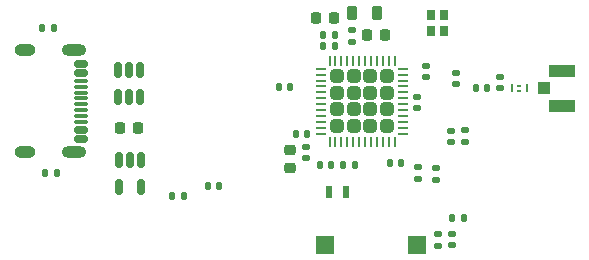
<source format=gbr>
%TF.GenerationSoftware,KiCad,Pcbnew,7.0.8*%
%TF.CreationDate,2024-01-29T14:11:28+05:30*%
%TF.ProjectId,stm32_ble,73746d33-325f-4626-9c65-2e6b69636164,Version : 1*%
%TF.SameCoordinates,PX6eac850PY632ea00*%
%TF.FileFunction,Paste,Top*%
%TF.FilePolarity,Positive*%
%FSLAX46Y46*%
G04 Gerber Fmt 4.6, Leading zero omitted, Abs format (unit mm)*
G04 Created by KiCad (PCBNEW 7.0.8) date 2024-01-29 14:11:28*
%MOMM*%
%LPD*%
G01*
G04 APERTURE LIST*
G04 Aperture macros list*
%AMRoundRect*
0 Rectangle with rounded corners*
0 $1 Rounding radius*
0 $2 $3 $4 $5 $6 $7 $8 $9 X,Y pos of 4 corners*
0 Add a 4 corners polygon primitive as box body*
4,1,4,$2,$3,$4,$5,$6,$7,$8,$9,$2,$3,0*
0 Add four circle primitives for the rounded corners*
1,1,$1+$1,$2,$3*
1,1,$1+$1,$4,$5*
1,1,$1+$1,$6,$7*
1,1,$1+$1,$8,$9*
0 Add four rect primitives between the rounded corners*
20,1,$1+$1,$2,$3,$4,$5,0*
20,1,$1+$1,$4,$5,$6,$7,0*
20,1,$1+$1,$6,$7,$8,$9,0*
20,1,$1+$1,$8,$9,$2,$3,0*%
G04 Aperture macros list end*
%ADD10R,0.275000X0.700000*%
%ADD11R,0.450000X0.245000*%
%ADD12R,1.500000X1.500000*%
%ADD13RoundRect,0.147500X-0.147500X-0.172500X0.147500X-0.172500X0.147500X0.172500X-0.147500X0.172500X0*%
%ADD14RoundRect,0.140000X-0.170000X0.140000X-0.170000X-0.140000X0.170000X-0.140000X0.170000X0.140000X0*%
%ADD15RoundRect,0.225000X-0.250000X0.225000X-0.250000X-0.225000X0.250000X-0.225000X0.250000X0.225000X0*%
%ADD16RoundRect,0.150000X-0.425000X0.150000X-0.425000X-0.150000X0.425000X-0.150000X0.425000X0.150000X0*%
%ADD17RoundRect,0.075000X-0.500000X0.075000X-0.500000X-0.075000X0.500000X-0.075000X0.500000X0.075000X0*%
%ADD18O,2.100000X1.000000*%
%ADD19O,1.800000X1.000000*%
%ADD20R,1.050000X1.000000*%
%ADD21R,2.200000X1.050000*%
%ADD22RoundRect,0.225000X-0.225000X-0.250000X0.225000X-0.250000X0.225000X0.250000X-0.225000X0.250000X0*%
%ADD23RoundRect,0.135000X0.185000X-0.135000X0.185000X0.135000X-0.185000X0.135000X-0.185000X-0.135000X0*%
%ADD24RoundRect,0.218750X-0.218750X-0.381250X0.218750X-0.381250X0.218750X0.381250X-0.218750X0.381250X0*%
%ADD25RoundRect,0.135000X-0.185000X0.135000X-0.185000X-0.135000X0.185000X-0.135000X0.185000X0.135000X0*%
%ADD26RoundRect,0.147500X0.172500X-0.147500X0.172500X0.147500X-0.172500X0.147500X-0.172500X-0.147500X0*%
%ADD27RoundRect,0.225000X0.225000X0.250000X-0.225000X0.250000X-0.225000X-0.250000X0.225000X-0.250000X0*%
%ADD28RoundRect,0.140000X-0.140000X-0.170000X0.140000X-0.170000X0.140000X0.170000X-0.140000X0.170000X0*%
%ADD29RoundRect,0.140000X0.170000X-0.140000X0.170000X0.140000X-0.170000X0.140000X-0.170000X-0.140000X0*%
%ADD30RoundRect,0.150000X-0.150000X0.512500X-0.150000X-0.512500X0.150000X-0.512500X0.150000X0.512500X0*%
%ADD31RoundRect,0.135000X0.135000X0.185000X-0.135000X0.185000X-0.135000X-0.185000X0.135000X-0.185000X0*%
%ADD32RoundRect,0.140000X0.140000X0.170000X-0.140000X0.170000X-0.140000X-0.170000X0.140000X-0.170000X0*%
%ADD33R,0.800000X0.900000*%
%ADD34RoundRect,0.250000X0.315000X-0.315000X0.315000X0.315000X-0.315000X0.315000X-0.315000X-0.315000X0*%
%ADD35RoundRect,0.062500X0.062500X-0.375000X0.062500X0.375000X-0.062500X0.375000X-0.062500X-0.375000X0*%
%ADD36RoundRect,0.062500X0.375000X-0.062500X0.375000X0.062500X-0.375000X0.062500X-0.375000X-0.062500X0*%
%ADD37RoundRect,0.150000X0.150000X-0.512500X0.150000X0.512500X-0.150000X0.512500X-0.150000X-0.512500X0*%
%ADD38R,0.600000X1.100000*%
%ADD39RoundRect,0.135000X-0.135000X-0.185000X0.135000X-0.185000X0.135000X0.185000X-0.135000X0.185000X0*%
G04 APERTURE END LIST*
D10*
%TO.C,FL1*%
X43900000Y17290000D03*
D11*
X44512000Y17063000D03*
D10*
X45125000Y17290000D03*
D11*
X44512000Y17517000D03*
%TD*%
D12*
%TO.C,SW1*%
X35825000Y4030000D03*
X28025000Y4030000D03*
%TD*%
D13*
%TO.C,L3*%
X40850000Y17330000D03*
X41820000Y17330000D03*
%TD*%
D14*
%TO.C,C1*%
X26470000Y12340000D03*
X26470000Y11380000D03*
%TD*%
D15*
%TO.C,C7*%
X25120000Y12080000D03*
X25120000Y10530000D03*
%TD*%
D16*
%TO.C,J3*%
X7390000Y19380000D03*
X7390000Y18580000D03*
D17*
X7390000Y17430000D03*
X7390000Y16430000D03*
X7390000Y15930000D03*
X7390000Y14930000D03*
D16*
X7390000Y13780000D03*
X7390000Y12980000D03*
X7390000Y12980000D03*
X7390000Y13780000D03*
D17*
X7390000Y14430000D03*
X7390000Y15430000D03*
X7390000Y16930000D03*
X7390000Y17930000D03*
D16*
X7390000Y18580000D03*
X7390000Y19380000D03*
D18*
X6815000Y20500000D03*
D19*
X2635000Y20500000D03*
D18*
X6815000Y11860000D03*
D19*
X2635000Y11860000D03*
%TD*%
D20*
%TO.C,J1*%
X46595000Y17305000D03*
D21*
X48120000Y18780000D03*
X48120000Y15830000D03*
%TD*%
D22*
%TO.C,C11*%
X31595000Y21765000D03*
X33145000Y21765000D03*
%TD*%
D23*
%TO.C,R6*%
X35970000Y9600000D03*
X35970000Y10620000D03*
%TD*%
D14*
%TO.C,C2*%
X35870000Y16560000D03*
X35870000Y15600000D03*
%TD*%
D24*
%TO.C,L2*%
X30357500Y23665000D03*
X32482500Y23665000D03*
%TD*%
D25*
%TO.C,R8*%
X39910000Y13730000D03*
X39910000Y12710000D03*
%TD*%
D26*
%TO.C,D1*%
X38710000Y12740000D03*
X38710000Y13710000D03*
%TD*%
D27*
%TO.C,C18*%
X12270000Y13930000D03*
X10720000Y13930000D03*
%TD*%
D23*
%TO.C,R7*%
X37420000Y9530000D03*
X37420000Y10550000D03*
%TD*%
D28*
%TO.C,C16*%
X18155000Y9010000D03*
X19115000Y9010000D03*
%TD*%
%TO.C,C19*%
X15140000Y8210000D03*
X16100000Y8210000D03*
%TD*%
D29*
%TO.C,C15*%
X42920000Y17320000D03*
X42920000Y18280000D03*
%TD*%
D30*
%TO.C,U3*%
X12520000Y11205000D03*
X11570000Y11205000D03*
X10620000Y11205000D03*
X10620000Y8930000D03*
X12520000Y8930000D03*
%TD*%
D31*
%TO.C,R3*%
X5120000Y22380000D03*
X4100000Y22380000D03*
%TD*%
D32*
%TO.C,C4*%
X26570000Y13430000D03*
X25610000Y13430000D03*
%TD*%
D33*
%TO.C,X2*%
X37020000Y23530000D03*
X37020000Y22130000D03*
X38120000Y22130000D03*
X38120000Y23530000D03*
%TD*%
D26*
%TO.C,L1*%
X30320000Y21230000D03*
X30320000Y22200000D03*
%TD*%
D14*
%TO.C,C17*%
X38820000Y4985000D03*
X38820000Y4025000D03*
%TD*%
D32*
%TO.C,C8*%
X28870000Y21830000D03*
X27910000Y21830000D03*
%TD*%
D27*
%TO.C,C10*%
X28820000Y23280000D03*
X27270000Y23280000D03*
%TD*%
D31*
%TO.C,R4*%
X5370000Y10080000D03*
X4350000Y10080000D03*
%TD*%
D29*
%TO.C,C14*%
X39170000Y17625000D03*
X39170000Y18585000D03*
%TD*%
D34*
%TO.C,U1*%
X29100000Y14100000D03*
X30500000Y14100000D03*
X31900000Y14100000D03*
X33300000Y14100000D03*
X29100000Y15500000D03*
X30500000Y15500000D03*
X31900000Y15500000D03*
X33300000Y15500000D03*
X29100000Y16900000D03*
X30500000Y16900000D03*
X31900000Y16900000D03*
X33300000Y16900000D03*
X29100000Y18300000D03*
X30500000Y18300000D03*
X31900000Y18300000D03*
X33300000Y18300000D03*
D35*
X28450000Y12762500D03*
X28950000Y12762500D03*
X29450000Y12762500D03*
X29950000Y12762500D03*
X30450000Y12762500D03*
X30950000Y12762500D03*
X31450000Y12762500D03*
X31950000Y12762500D03*
X32450000Y12762500D03*
X32950000Y12762500D03*
X33450000Y12762500D03*
X33950000Y12762500D03*
D36*
X34637500Y13450000D03*
X34637500Y13950000D03*
X34637500Y14450000D03*
X34637500Y14950000D03*
X34637500Y15450000D03*
X34637500Y15950000D03*
X34637500Y16450000D03*
X34637500Y16950000D03*
X34637500Y17450000D03*
X34637500Y17950000D03*
X34637500Y18450000D03*
X34637500Y18950000D03*
D35*
X33950000Y19637500D03*
X33450000Y19637500D03*
X32950000Y19637500D03*
X32450000Y19637500D03*
X31950000Y19637500D03*
X31450000Y19637500D03*
X30950000Y19637500D03*
X30450000Y19637500D03*
X29950000Y19637500D03*
X29450000Y19637500D03*
X28950000Y19637500D03*
X28450000Y19637500D03*
D36*
X27762500Y18950000D03*
X27762500Y18450000D03*
X27762500Y17950000D03*
X27762500Y17450000D03*
X27762500Y16950000D03*
X27762500Y16450000D03*
X27762500Y15950000D03*
X27762500Y15450000D03*
X27762500Y14950000D03*
X27762500Y14450000D03*
X27762500Y13950000D03*
X27762500Y13450000D03*
%TD*%
D32*
%TO.C,C6*%
X25120000Y17430000D03*
X24160000Y17430000D03*
%TD*%
D28*
%TO.C,C5*%
X33560000Y10930000D03*
X34520000Y10930000D03*
%TD*%
D37*
%TO.C,U2*%
X10520000Y16530000D03*
X11470000Y16530000D03*
X12420000Y16530000D03*
X12420000Y18805000D03*
X11470000Y18805000D03*
X10520000Y18805000D03*
%TD*%
D32*
%TO.C,C3*%
X28870000Y20880000D03*
X27910000Y20880000D03*
%TD*%
D25*
%TO.C,R5*%
X37620000Y4930000D03*
X37620000Y3910000D03*
%TD*%
D38*
%TO.C,X1*%
X29820000Y8530000D03*
X28420000Y8530000D03*
%TD*%
D28*
%TO.C,C12*%
X29620000Y10830000D03*
X30580000Y10830000D03*
%TD*%
D14*
%TO.C,C9*%
X36615000Y19210000D03*
X36615000Y18250000D03*
%TD*%
D32*
%TO.C,C13*%
X28580000Y10830000D03*
X27620000Y10830000D03*
%TD*%
D39*
%TO.C,R2*%
X38800000Y6330000D03*
X39820000Y6330000D03*
%TD*%
M02*

</source>
